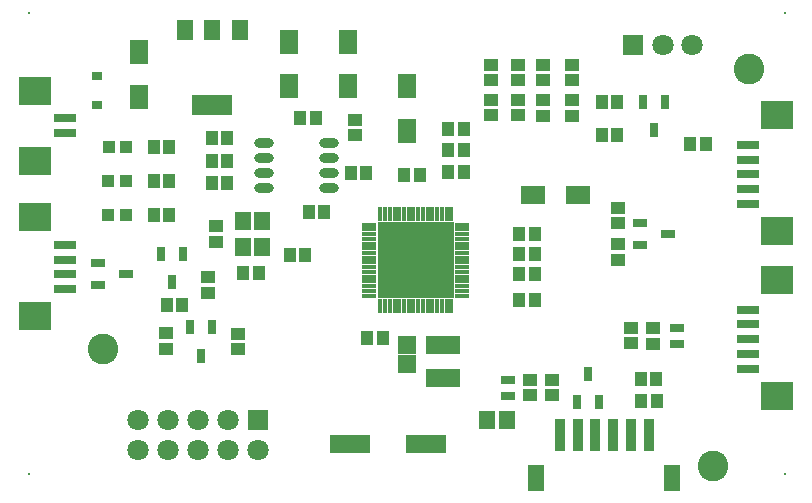
<source format=gts>
G04*
G04 #@! TF.GenerationSoftware,Altium Limited,Altium Designer,25.4.2 (15)*
G04*
G04 Layer_Color=8388736*
%FSLAX44Y44*%
%MOMM*%
G71*
G04*
G04 #@! TF.SameCoordinates,F3998410-8278-4BEB-A66F-791B6528EB16*
G04*
G04*
G04 #@! TF.FilePolarity,Negative*
G04*
G01*
G75*
%ADD43O,1.6532X0.8032*%
%ADD44R,1.0032X1.0032*%
%ADD45R,2.7032X2.4032*%
%ADD46R,1.9032X0.8032*%
%ADD47R,1.0532X1.1532*%
%ADD48R,0.8032X1.2032*%
%ADD49R,1.2032X1.1032*%
%ADD50R,1.4032X1.6032*%
%ADD51R,1.1532X1.0532*%
%ADD52R,6.4532X6.4532*%
%ADD53R,0.4032X1.2532*%
%ADD54R,1.2532X0.4032*%
%ADD55R,1.1032X1.2032*%
%ADD56R,1.6032X1.5032*%
%ADD57R,3.5032X1.5032*%
%ADD58C,2.6000*%
%ADD59R,0.8932X0.7632*%
%ADD60R,1.3532X1.5532*%
%ADD61R,1.5032X2.0032*%
%ADD62R,1.2032X0.8032*%
%ADD63R,1.4032X2.2032*%
%ADD64R,0.9532X2.7032*%
%ADD65R,1.4032X1.8032*%
%ADD66R,3.5032X1.8032*%
%ADD67R,2.0032X1.5032*%
%ADD68R,2.9032X1.5032*%
%ADD69C,1.8032*%
%ADD70R,1.8032X1.8032*%
%ADD71C,0.2032*%
D43*
X283250Y271950D02*
D03*
Y284650D02*
D03*
Y297350D02*
D03*
Y310050D02*
D03*
X228750Y271950D02*
D03*
Y284650D02*
D03*
Y297350D02*
D03*
Y310050D02*
D03*
D44*
X96521Y277780D02*
D03*
X111521D02*
D03*
X112021Y306780D02*
D03*
X97021D02*
D03*
X96521Y248780D02*
D03*
X111521D02*
D03*
D45*
X663000Y235250D02*
D03*
Y333500D02*
D03*
Y95750D02*
D03*
Y194000D02*
D03*
X35000Y163250D02*
D03*
Y247250D02*
D03*
Y354250D02*
D03*
Y295250D02*
D03*
D46*
X638000Y258500D02*
D03*
Y271000D02*
D03*
Y283500D02*
D03*
Y296000D02*
D03*
Y308500D02*
D03*
Y119000D02*
D03*
Y131500D02*
D03*
Y144000D02*
D03*
Y156500D02*
D03*
Y169000D02*
D03*
X60000Y186500D02*
D03*
Y199000D02*
D03*
Y211500D02*
D03*
Y224000D02*
D03*
Y331000D02*
D03*
Y318500D02*
D03*
D47*
X602559Y309000D02*
D03*
X589559D02*
D03*
X514500Y345000D02*
D03*
X527500D02*
D03*
X527500Y317000D02*
D03*
X514500D02*
D03*
X279500Y252000D02*
D03*
X266500D02*
D03*
X315128Y284508D02*
D03*
X302128D02*
D03*
X197500Y295000D02*
D03*
X184500D02*
D03*
X197500Y276000D02*
D03*
X184500D02*
D03*
X184500Y314000D02*
D03*
X197500D02*
D03*
X159500Y173000D02*
D03*
X146500D02*
D03*
X135521Y248780D02*
D03*
X148521D02*
D03*
Y306780D02*
D03*
X135521D02*
D03*
Y277780D02*
D03*
X148521D02*
D03*
X560851Y110100D02*
D03*
X547851D02*
D03*
D48*
X160010Y216257D02*
D03*
X141010D02*
D03*
X150510Y192257D02*
D03*
X568500Y345000D02*
D03*
X549500D02*
D03*
X559000Y321000D02*
D03*
X184686Y154083D02*
D03*
X165686D02*
D03*
X175186Y130083D02*
D03*
X502830Y114910D02*
D03*
X512330Y90910D02*
D03*
X493330D02*
D03*
D49*
X188000Y240000D02*
D03*
Y226500D02*
D03*
X558000Y153750D02*
D03*
Y140250D02*
D03*
X489000Y333312D02*
D03*
Y346813D02*
D03*
X465000Y333312D02*
D03*
Y346813D02*
D03*
D50*
X211000Y244000D02*
D03*
X227000D02*
D03*
X211000Y222000D02*
D03*
X227000D02*
D03*
D51*
X181300Y183284D02*
D03*
Y196283D02*
D03*
X306000Y316500D02*
D03*
Y329500D02*
D03*
X146000Y149000D02*
D03*
Y136000D02*
D03*
X207000Y148500D02*
D03*
Y135500D02*
D03*
X472040Y109500D02*
D03*
Y96500D02*
D03*
X444000Y346562D02*
D03*
Y333563D02*
D03*
X528000Y211500D02*
D03*
Y224500D02*
D03*
X444000Y363563D02*
D03*
Y376562D02*
D03*
X421000Y363563D02*
D03*
Y376562D02*
D03*
X528000Y255500D02*
D03*
Y242500D02*
D03*
X421000Y333563D02*
D03*
Y346562D02*
D03*
X454000Y96497D02*
D03*
Y109497D02*
D03*
X539000Y153500D02*
D03*
Y140500D02*
D03*
X489000Y363563D02*
D03*
Y376562D02*
D03*
X465000Y363563D02*
D03*
Y376562D02*
D03*
D52*
X357183Y211000D02*
D03*
D53*
X387183Y171750D02*
D03*
X383183Y171750D02*
D03*
X379183Y171750D02*
D03*
X375183Y171750D02*
D03*
X371183D02*
D03*
X367183Y171750D02*
D03*
X363183Y171750D02*
D03*
X359183Y171750D02*
D03*
X355183Y171750D02*
D03*
X351183Y171750D02*
D03*
X347183D02*
D03*
X343183D02*
D03*
X339183Y171750D02*
D03*
X335183Y171750D02*
D03*
X331183D02*
D03*
X327183D02*
D03*
Y250250D02*
D03*
X331183Y250250D02*
D03*
X335183Y250250D02*
D03*
X339183D02*
D03*
X343183Y250250D02*
D03*
X347183Y250250D02*
D03*
X351183D02*
D03*
X355183Y250250D02*
D03*
X359183Y250250D02*
D03*
X363183Y250250D02*
D03*
X367183D02*
D03*
X371183D02*
D03*
X375183D02*
D03*
X379183D02*
D03*
X383183Y250250D02*
D03*
X387183Y250250D02*
D03*
D54*
X317933Y181000D02*
D03*
X317933Y185000D02*
D03*
X317933Y189000D02*
D03*
X317933Y193000D02*
D03*
Y197000D02*
D03*
Y201000D02*
D03*
X317933Y205000D02*
D03*
X317933Y209000D02*
D03*
X317933Y213000D02*
D03*
X317933Y217000D02*
D03*
X317933Y221000D02*
D03*
X317933Y225000D02*
D03*
Y229000D02*
D03*
X317933Y233000D02*
D03*
X317933Y237000D02*
D03*
X317933Y241000D02*
D03*
X396433Y241000D02*
D03*
Y237000D02*
D03*
X396433Y233000D02*
D03*
X396433Y229000D02*
D03*
Y225000D02*
D03*
X396433Y221000D02*
D03*
X396433Y217000D02*
D03*
X396433Y213000D02*
D03*
X396433Y209000D02*
D03*
Y205000D02*
D03*
Y201000D02*
D03*
X396433Y197000D02*
D03*
Y193000D02*
D03*
X396433Y189000D02*
D03*
Y185000D02*
D03*
X396433Y181000D02*
D03*
D55*
X272868Y331340D02*
D03*
X259368D02*
D03*
X329750Y145000D02*
D03*
X316250D02*
D03*
X457933Y216000D02*
D03*
X444433D02*
D03*
X457933Y177000D02*
D03*
X444433D02*
D03*
X457933Y199000D02*
D03*
X444433D02*
D03*
X547601Y92060D02*
D03*
X561101D02*
D03*
X211083Y199710D02*
D03*
X224583D02*
D03*
X397750Y304040D02*
D03*
X384250D02*
D03*
X250250Y215000D02*
D03*
X263750D02*
D03*
X397750Y322080D02*
D03*
X384250D02*
D03*
X457933Y233000D02*
D03*
X444433D02*
D03*
X384433Y286000D02*
D03*
X397933D02*
D03*
X360750Y283000D02*
D03*
X347250D02*
D03*
D56*
X350040Y122911D02*
D03*
Y138911D02*
D03*
D57*
X301528Y55000D02*
D03*
X365528D02*
D03*
D58*
X639000Y373000D02*
D03*
X609000Y37000D02*
D03*
X92000Y136000D02*
D03*
D59*
X87000Y367000D02*
D03*
Y342600D02*
D03*
D60*
X417250Y76000D02*
D03*
X434750D02*
D03*
D61*
X300000Y358000D02*
D03*
Y396000D02*
D03*
X350000Y358000D02*
D03*
Y320000D02*
D03*
X250000Y358000D02*
D03*
Y396000D02*
D03*
X123000Y387000D02*
D03*
Y349000D02*
D03*
D62*
X578000Y140300D02*
D03*
Y153700D02*
D03*
X88000Y208500D02*
D03*
Y189500D02*
D03*
X112000Y199000D02*
D03*
X434793Y96300D02*
D03*
Y109700D02*
D03*
X571000Y233000D02*
D03*
X547000Y223500D02*
D03*
Y242500D02*
D03*
D63*
X574251Y26500D02*
D03*
X459251D02*
D03*
D64*
X554251Y63000D02*
D03*
X539251D02*
D03*
X524251D02*
D03*
X509251D02*
D03*
X494251D02*
D03*
X479251D02*
D03*
D65*
X208000Y406000D02*
D03*
X185000D02*
D03*
X162000D02*
D03*
D66*
X185000Y342000D02*
D03*
D67*
X494183Y266000D02*
D03*
X456183D02*
D03*
D68*
X380181Y110945D02*
D03*
Y138945D02*
D03*
D69*
X198403Y76027D02*
D03*
X173002Y50627D02*
D03*
X147603Y76027D02*
D03*
Y50627D02*
D03*
X223803D02*
D03*
X173002Y76027D02*
D03*
X198403Y50627D02*
D03*
X122203Y76027D02*
D03*
Y50627D02*
D03*
X591386Y392790D02*
D03*
X566386D02*
D03*
D70*
X223803Y76027D02*
D03*
X541386Y392790D02*
D03*
D71*
X30000Y30000D02*
D03*
X670000D02*
D03*
X30000Y420000D02*
D03*
X670000D02*
D03*
M02*

</source>
